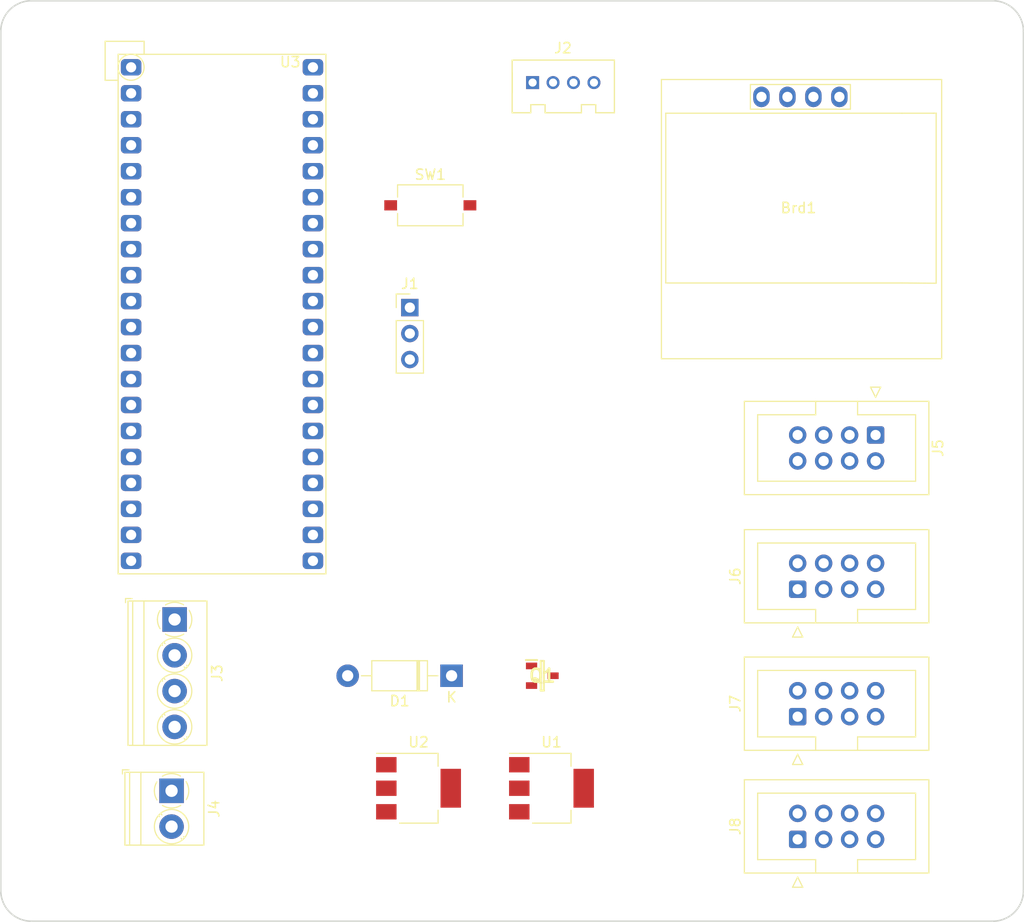
<source format=kicad_pcb>
(kicad_pcb (version 20221018) (generator pcbnew)
  (layers (0 "F.Cu" signal) (31 "B.Cu" signal) (34 "B.Paste" user) (35 "F.Paste" user) (36 "B.SilkS" user "B.Silkscreen") (37 "F.SilkS" user "F.Silkscreen") (38 "B.Mask" user) (39 "F.Mask" user) (44 "Edge.Cuts" user))
  (net 0 "")
  (net 1 "/GND")
  (net 2 "/3V3")
  (net 3 "/SCL")
  (net 4 "/SDA")
  (net 5 "/12V")
  (net 6 "/Pin")
  (net 7 "/5V")
  (net 8 "/5Vopt")
  (net 9 "/VBUS")
  (net 10 "/CS1")
  (net 11 "/SCK")
  (net 12 "/MOSI")
  (net 13 "/MISO")
  (net 14 "/IRQ")
  (net 15 "/RST")
  (net 16 "/CS2")
  (net 17 "/CS3")
  (net 18 "/CS4")
  (net 19 "/VSYS")
  (net 20 "Net-(U3-RUN)")
  (footprint "SSD1306:128x64OLED" (layer "F.Cu") (at 228 80)
    (fp_text reference "Brd1" (at 0 0.254) (layer "F.SilkS"))
    (fp_text value "SSD1306")
    (fp_line (start -13.4 -12.3) (end 14 -12.3) (stroke (width 0.12)) (layer "F.SilkS"))
    (fp_line (start -13.4 15) (end -13.4 -12.3) (stroke (width 0.12)) (layer "F.SilkS"))
    (fp_line (start -12.978 -9.005) (end 10.122 -9.005) (stroke (width 0.12)) (layer "F.SilkS"))
    (fp_line (start -12.978 7.595) (end -12.978 -9.005) (stroke (width 0.12)) (layer "F.SilkS"))
    (fp_line (start -4.699 -11.811) (end -4.699 -9.398) (stroke (width 0.12)) (layer "F.SilkS"))
    (fp_line (start -4.699 -11.811) (end 5.08 -11.811) (stroke (width 0.12)) (layer "F.SilkS"))
    (fp_line (start 5.08 -11.811) (end 5.08 -9.398) (stroke (width 0.12)) (layer "F.SilkS"))
    (fp_line (start 5.08 -9.398) (end -4.699 -9.398) (stroke (width 0.12)) (layer "F.SilkS"))
    (fp_line (start 10.122 -9.005) (end 13.208 -9.005) (stroke (width 0.12)) (layer "F.SilkS"))
    (fp_line (start 10.122 7.595) (end -12.978 7.595) (stroke (width 0.12)) (layer "F.SilkS"))
    (fp_line (start 10.122 7.595) (end 13.462 7.62) (stroke (width 0.12)) (layer "F.SilkS"))
    (fp_line (start 13.462 -9.017) (end 13.208 -9.005) (stroke (width 0.12)) (layer "F.SilkS"))
    (fp_line (start 13.462 7.62) (end 13.462 -9.017) (stroke (width 0.12)) (layer "F.SilkS"))
    (fp_line (start 14 -12.3) (end 14 15) (stroke (width 0.12)) (layer "F.SilkS"))
    (fp_line (start 14 15) (end -13.4 15) (stroke (width 0.12)) (layer "F.SilkS"))
    (pad "1" thru_hole oval (at -3.62 -10.6 90) (size 2 1.6) (drill 1) (layers "*.Cu" "*.Mask") (net 1 "/GND"))
    (pad "2" thru_hole oval (at -1.08 -10.6 90) (size 2 1.6) (drill 1) (layers "*.Cu" "*.Mask") (net 2 "/3V3"))
    (pad "3" thru_hole oval (at 1.46 -10.6 90) (size 2 1.6) (drill 1) (layers "*.Cu" "*.Mask") (net 3 "/SCL"))
    (pad "4" thru_hole oval (at 4 -10.6 90) (size 2 1.6) (drill 1) (layers "*.Cu" "*.Mask") (net 4 "/SDA"))
  )
  (footprint "Package_TO_SOT_SMD:SOT-223-3_TabPin2" (layer "F.Cu") (at 203.85 137)
    (fp_text reference "U1" (at 0 -4.5) (layer "F.SilkS"))
    (fp_text value "AMS1117-3.3")
    (fp_line (start -4.1 -3.41) (end 1.91 -3.41) (stroke (width 0.12)) (layer "F.SilkS"))
    (fp_line (start -1.85 3.41) (end 1.91 3.41) (stroke (width 0.12)) (layer "F.SilkS"))
    (fp_line (start 1.91 -3.41) (end 1.91 -2.15) (stroke (width 0.12)) (layer "F.SilkS"))
    (fp_line (start 1.91 3.41) (end 1.91 2.15) (stroke (width 0.12)) (layer "F.SilkS"))
    (pad "1" smd rect (at -3.15 -2.3) (size 2 1.5) (layers "F.Cu" "F.Paste" "F.Mask") (net 1 "/GND"))
    (pad "2" smd rect (at -3.15 0) (size 2 1.5) (layers "F.Cu" "F.Paste" "F.Mask") (net 2 "/3V3"))
    (pad "2" smd rect (at 3.15 0) (size 2 3.8) (layers "F.Cu" "F.Paste" "F.Mask") (net 2 "/3V3"))
    (pad "3" smd rect (at -3.15 2.3) (size 2 1.5) (layers "F.Cu" "F.Paste" "F.Mask") (net 8 "/5Vopt"))
  )
  (footprint "TerminalBlock_Phoenix:TerminalBlock_Phoenix_PT-1,5-2-3.5-H_1x02_P3.50mm_Horizontal" (layer "F.Cu") (at 166.7 137.25 -90)
    (fp_text reference "J4" (at 1.75 -4.16 90) (layer "F.SilkS"))
    (fp_text value "Screw_Terminal_01x02")
    (fp_line (start -2.05 4.16) (end -2.05 4.8) (stroke (width 0.12)) (layer "F.SilkS"))
    (fp_line (start -2.05 4.8) (end -1.65 4.8) (stroke (width 0.12)) (layer "F.SilkS"))
    (fp_line (start -1.81 -3.16) (end -1.81 4.56) (stroke (width 0.12)) (layer "F.SilkS"))
    (fp_line (start -1.81 -3.16) (end 5.31 -3.16) (stroke (width 0.12)) (layer "F.SilkS"))
    (fp_line (start -1.81 3) (end 5.31 3) (stroke (width 0.12)) (layer "F.SilkS"))
    (fp_line (start -1.81 4.1) (end 5.31 4.1) (stroke (width 0.12)) (layer "F.SilkS"))
    (fp_line (start -1.81 4.56) (end 5.31 4.56) (stroke (width 0.12)) (layer "F.SilkS"))
    (fp_line (start 2.355 0.941) (end 2.226 1.069) (stroke (width 0.12)) (layer "F.SilkS"))
    (fp_line (start 2.525 1.181) (end 2.431 1.274) (stroke (width 0.12)) (layer "F.SilkS"))
    (fp_line (start 4.57 -1.275) (end 4.476 -1.181) (stroke (width 0.12)) (layer "F.SilkS"))
    (fp_line (start 4.775 -1.069) (end 4.646 -0.941) (stroke (width 0.12)) (layer "F.SilkS"))
    (fp_line (start 5.31 -3.16) (end 5.31 4.56) (stroke (width 0.12)) (layer "F.SilkS"))
    (fp_arc (start -1.425358 0.889894) (mid -1.680286 0.014012) (end -1.44 -0.866) (stroke (width 0.12)) (layer "F.SilkS"))
    (fp_arc (start -0.889894 -1.425358) (mid -0.014012 -1.680286) (end 0.866 -1.44) (stroke (width 0.12)) (layer "F.SilkS"))
    (fp_arc (start 0.028674 1.680099) (mid -0.435535 1.622918) (end -0.866 1.44) (stroke (width 0.12)) (layer "F.SilkS"))
    (fp_arc (start 0.890264 1.424721) (mid 0.463071 1.61492) (end 0 1.68) (stroke (width 0.12)) (layer "F.SilkS"))
    (fp_arc (start 1.425504 -0.890193) (mid 1.680626 0.000476) (end 1.425 0.891) (stroke (width 0.12)) (layer "F.SilkS"))
    (fp_circle (center 3.5 0) (end 5.18 0) (stroke (width 0.12)) (fill none) (layer "F.SilkS"))
    (pad "1" thru_hole rect (at 0 0 270) (size 2.4 2.4) (drill 1.2) (layers "*.Cu" "*.Mask") (net 1 "/GND"))
    (pad "2" thru_hole circle (at 3.5 0 270) (size 2.4 2.4) (drill 1.2) (layers "*.Cu" "*.Mask") (net 6 "/Pin"))
  )
  (footprint "MountingHole:MountingHole_3.2mm_M3_DIN965" (layer "F.Cu") (at 246 64)
    (fp_text reference "H2" hide)
    (fp_text value "MountingHole" hide)
    (pad "" np_thru_hole circle (at 0 0) (size 3.2 3.2) (drill 3.2) (layers "*.Cu" "*.Mask"))
  )
  (footprint "Package_TO_SOT_SMD:SOT-223-3_TabPin2" (layer "F.Cu") (at 190.85 137)
    (fp_text reference "U2" (at 0 -4.5) (layer "F.SilkS"))
    (fp_text value "AMS1117-5.0")
    (fp_line (start -4.1 -3.41) (end 1.91 -3.41) (stroke (width 0.12)) (layer "F.SilkS"))
    (fp_line (start -1.85 3.41) (end 1.91 3.41) (stroke (width 0.12)) (layer "F.SilkS"))
    (fp_line (start 1.91 -3.41) (end 1.91 -2.15) (stroke (width 0.12)) (layer "F.SilkS"))
    (fp_line (start 1.91 3.41) (end 1.91 2.15) (stroke (width 0.12)) (layer "F.SilkS"))
    (pad "1" smd rect (at -3.15 -2.3) (size 2 1.5) (layers "F.Cu" "F.Paste" "F.Mask") (net 1 "/GND"))
    (pad "2" smd rect (at -3.15 0) (size 2 1.5) (layers "F.Cu" "F.Paste" "F.Mask") (net 7 "/5V"))
    (pad "2" smd rect (at 3.15 0) (size 2 3.8) (layers "F.Cu" "F.Paste" "F.Mask") (net 7 "/5V"))
    (pad "3" smd rect (at -3.15 2.3) (size 2 1.5) (layers "F.Cu" "F.Paste" "F.Mask") (net 5 "/12V"))
  )
  (footprint "DMG2305UX-7:SOT96P240X110-3N" (layer "F.Cu") (at 202.95 126)
    (fp_text reference "Q1" (at 0 0) (layer "F.SilkS") (effects (font (size 1.27 1.27) (thickness 0.254))))
    (fp_text value "DMG2305UX-7" hide)
    (fp_line (start -1.6 -1.535) (end -0.5 -1.535) (stroke (width 0.2)) (layer "F.SilkS"))
    (fp_line (start -0.15 -1.45) (end 0.15 -1.45) (stroke (width 0.2)) (layer "F.SilkS"))
    (fp_line (start -0.15 1.45) (end -0.15 -1.45) (stroke (width 0.2)) (layer "F.SilkS"))
    (fp_line (start 0.15 -1.45) (end 0.15 1.45) (stroke (width 0.2)) (layer "F.SilkS"))
    (fp_line (start 0.15 1.45) (end -0.15 1.45) (stroke (width 0.2)) (layer "F.SilkS"))
    (pad "1" smd rect (at -1.05 -0.96 90) (size 0.65 1.1) (layers "F.Cu" "F.Paste" "F.Mask") (net 9 "/VBUS"))
    (pad "2" smd rect (at -1.05 0.96 90) (size 0.65 1.1) (layers "F.Cu" "F.Paste" "F.Mask") (net 19 "/VSYS"))
    (pad "3" smd rect (at 1.05 0 90) (size 0.65 1.1) (layers "F.Cu" "F.Paste" "F.Mask") (net 7 "/5V"))
  )
  (footprint "PicoNoSwd:RaspberryPico_TH_NoSWD" (layer "F.Cu") (at 162.745 66.505)
    (fp_text reference "U3" (at 15.5575 -0.508 -180) (layer "F.SilkS"))
    (fp_text value "Pico_RaspberryPico")
    (fp_line (start -2.54 -2.54) (end 1.27 -2.54) (stroke (width 0.12)) (layer "F.SilkS"))
    (fp_line (start -2.54 1.27) (end -2.54 -2.54) (stroke (width 0.12)) (layer "F.SilkS"))
    (fp_line (start -1.27 -1.27) (end -1.27 49.53) (stroke (width 0.12)) (layer "F.SilkS"))
    (fp_line (start -1.27 1.27) (end -2.54 1.27) (stroke (width 0.12)) (layer "F.SilkS"))
    (fp_line (start -1.27 49.53) (end 19.05 49.53) (stroke (width 0.12)) (layer "F.SilkS"))
    (fp_line (start 1.27 -2.54) (end 1.27 -1.27) (stroke (width 0.12)) (layer "F.SilkS"))
    (fp_line (start 19.05 -1.27) (end -1.27 -1.27) (stroke (width 0.12)) (layer "F.SilkS"))
    (fp_line (start 19.05 49.53) (end 19.05 -1.27) (stroke (width 0.12)) (layer "F.SilkS"))
    (fp_circle (center 0 0) (end 1.27 0) (stroke (width 0.12)) (fill none) (layer "F.SilkS"))
    (pad "1" thru_hole roundrect (at 0 0) (size 2 1.6) (drill 1) (layers "*.Cu" "*.Mask"))
    (pad "2" thru_hole roundrect (at 0 2.54) (size 2 1.6) (drill 1) (layers "*.Cu" "*.Mask"))
    (pad "3" thru_hole roundrect (at 0 5.08) (size 2 1.6) (drill 1) (layers "*.Cu" "*.Mask") (net 1 "/GND"))
    (pad "4" thru_hole roundrect (at 0 7.62) (size 2 1.6) (drill 1) (layers "*.Cu" "*.Mask"))
    (pad "5" thru_hole roundrect (at 0 10.16) (size 2 1.6) (drill 1) (layers "*.Cu" "*.Mask"))
    (pad "6" thru_hole roundrect (at 0 12.7) (size 2 1.6) (drill 1) (layers "*.Cu" "*.Mask") (net 4 "/SDA"))
    (pad "7" thru_hole roundrect (at 0 15.24) (size 2 1.6) (drill 1) (layers "*.Cu" "*.Mask") (net 3 "/SCL"))
    (pad "8" thru_hole roundrect (at 0 17.78) (size 2 1.6) (drill 1) (layers "*.Cu" "*.Mask"))
    (pad "9" thru_hole roundrect (at 0 20.32) (size 2 1.6) (drill 1) (layers "*.Cu" "*.Mask"))
    (pad "10" thru_hole roundrect (at 0 22.86) (size 2 1.6) (drill 1) (layers "*.Cu" "*.Mask"))
    (pad "11" thru_hole roundrect (at 0 25.4) (size 2 1.6) (drill 1) (layers "*.Cu" "*.Mask") (net 16 "/CS2"))
    (pad "12" thru_hole roundrect (at 0 27.94) (size 2 1.6) (drill 1) (layers "*.Cu" "*.Mask") (net 17 "/CS3"))
    (pad "13" thru_hole roundrect (at 0 30.48) (size 2 1.6) (drill 1) (layers "*.Cu" "*.Mask"))
    (pad "14" thru_hole roundrect (at 0 33.02) (size 2 1.6) (drill 1) (layers "*.Cu" "*.Mask") (net 18 "/CS4"))
    (pad "15" thru_hole roundrect (at 0 35.56) (size 2 1.6) (drill 1) (layers "*.Cu" "*.Mask"))
    (pad "16" thru_hole roundrect (at 0 38.1) (size 2 1.6) (drill 1) (layers "*.Cu" "*.Mask"))
    (pad "17" thru_hole roundrect (at 0 40.64) (size 2 1.6) (drill 1) (layers "*.Cu" "*.Mask"))
    (pad "18" thru_hole roundrect (at 0 43.18) (size 2 1.6) (drill 1) (layers "*.Cu" "*.Mask"))
    (pad "19" thru_hole roundrect (at 0 45.72) (size 2 1.6) (drill 1) (layers "*.Cu" "*.Mask"))
    (pad "20" thru_hole roundrect (at 0 48.26) (size 2 1.6) (drill 1) (layers "*.Cu" "*.Mask"))
    (pad "21" thru_hole roundrect (at 17.78 48.26) (size 2 1.6) (drill 1) (layers "*.Cu" "*.Mask") (net 12 "/MOSI"))
    (pad "22" thru_hole roundrect (at 17.78 45.72) (size 2 1.6) (drill 1) (layers "*.Cu" "*.Mask") (net 11 "/SCK"))
    (pad "23" thru_hole roundrect (at 17.78 43.18) (size 2 1.6) (drill 1) (layers "*.Cu" "*.Mask"))
    (pad "24" thru_hole roundrect (at 17.78 40.64) (size 2 1.6) (drill 1) (layers "*.Cu" "*.Mask") (net 10 "/CS1"))
    (pad "25" thru_hole roundrect (at 17.78 38.1) (size 2 1.6) (drill 1) (layers "*.Cu" "*.Mask") (net 13 "/MISO"))
    (pad "26" thru_hole roundrect (at 17.78 35.56) (size 2 1.6) (drill 1) (layers "*.Cu" "*.Mask") (net 15 "/RST"))
    (pad "27" thru_hole roundrect (at 17.78 33.02) (size 2 1.6) (drill 1) (layers "*.Cu" "*.Mask"))
    (pad "28" thru_hole roundrect (at 17.78 30.48) (size 2 1.6) (drill 1) (layers "*.Cu" "*.Mask"))
    (pad "29" thru_hole roundrect (at 17.78 27.94) (size 2 1.6) (drill 1) (layers "*.Cu" "*.Mask"))
    (pad "30" thru_hole roundrect (at 17.78 25.4) (size 2 1.6) (drill 1) (layers "*.Cu" "*.Mask") (net 20 "Net-(U3-RUN)"))
    (pad "31" thru_hole roundrect (at 17.78 22.86) (size 2 1.6) (drill 1) (layers "*.Cu" "*.Mask"))
    (pad "32" thru_hole roundrect (at 17.78 20.32) (size 2 1.6) (drill 1) (layers "*.Cu" "*.Mask"))
    (pad "33" thru_hole roundrect (at 17.78 17.78) (size 2 1.6) (drill 1) (layers "*.Cu" "*.Mask"))
    (pad "34" thru_hole roundrect (at 17.78 15.24) (size 2 1.6) (drill 1) (layers "*.Cu" "*.Mask"))
    (pad "35" thru_hole roundrect (at 17.78 12.7) (size 2 1.6) (drill 1) (layers "*.Cu" "*.Mask"))
    (pad "36" thru_hole roundrect (at 17.78 10.16) (size 2 1.6) (drill 1) (layers "*.Cu" "*.Mask"))
    (pad "37" thru_hole roundrect (at 17.78 7.62) (size 2 1.6) (drill 1) (layers "*.Cu" "*.Mask"))
    (pad "38" thru_hole roundrect (at 17.78 5.08) (size 2 1.6) (drill 1) (layers "*.Cu" "*.Mask"))
    (pad "39" thru_hole roundrect (at 17.78 2.54) (size 2 1.6) (drill 1) (layers "*.Cu" "*.Mask") (net 19 "/VSYS"))
    (pad "40" thru_hole roundrect (at 17.78 0) (size 2 1.6) (drill 1) (layers "*.Cu" "*.Mask") (net 9 "/VBUS"))
  )
  (footprint "Seed Grove etc:HW4-2.0" (layer "F.Cu") (at 205.00178 68)
    (fp_text reference "J2" (at -0.025 -3.375) (layer "F.SilkS"))
    (fp_text value "Grove 2mm")
    (fp_line (start -5.00086 2.95) (end -3.2 2.95) (stroke (width 0.127)) (layer "F.SilkS"))
    (fp_line (start -4.99872 -2.19964) (end -4.99872 2.95) (stroke (width 0.127)) (layer "F.SilkS"))
    (fp_line (start -4.99872 -2.19964) (end 4.99872 -2.19964) (stroke (width 0.127)) (layer "F.SilkS"))
    (fp_line (start -4.99872 -0.99822) (end -4.99872 0.99822) (stroke (width 0.127)) (layer "F.SilkS"))
    (fp_line (start -3.175 2.159) (end -1.778 2.159) (stroke (width 0.127)) (layer "F.SilkS"))
    (fp_line (start -3.175 2.95) (end -3.175 2.159) (stroke (width 0.127)) (layer "F.SilkS"))
    (fp_line (start -1.781 2.95) (end 1.775 2.95) (stroke (width 0.127)) (layer "F.SilkS"))
    (fp_line (start -1.778 2.159) (end -1.778 2.95) (stroke (width 0.127)) (layer "F.SilkS"))
    (fp_line (start 1.775 2.95) (end 1.775 2.159) (stroke (width 0.127)) (layer "F.SilkS"))
    (fp_line (start 1.778 2.159) (end 3.175 2.159) (stroke (width 0.127)) (layer "F.SilkS"))
    (fp_line (start 3.175 2.159) (end 3.175 2.95) (stroke (width 0.127)) (layer "F.SilkS"))
    (fp_line (start 3.175 2.95) (end 5 2.95) (stroke (width 0.127)) (layer "F.SilkS"))
    (fp_line (start 5 2.95) (end 5 -2.19964) (stroke (width 0.127)) (layer "F.SilkS"))
    (pad "1" thru_hole rect (at -2.99974 0) (size 1.27 1.27) (drill 0.79756) (layers "*.Cu" "*.Mask") (net 3 "/SCL"))
    (pad "2" thru_hole circle (at -0.99822 0) (size 1.27 1.27) (drill 0.79756) (layers "*.Cu" "*.Mask") (net 4 "/SDA"))
    (pad "3" thru_hole circle (at 0.99822 0) (size 1.27 1.27) (drill 0.79756) (layers "*.Cu" "*.Mask") (net 2 "/3V3"))
    (pad "4" thru_hole circle (at 2.99974 0) (size 1.27 1.27) (drill 0.79756) (layers "*.Cu" "*.Mask") (net 1 "/GND"))
  )
  (footprint "Diode_THT:D_DO-41_SOD81_P10.16mm_Horizontal" (layer "F.Cu") (at 194.08 126 180)
    (fp_text reference "D1" (at 5.08 -2.47) (layer "F.SilkS"))
    (fp_text value "1N5819")
    (fp_text user "K" (at 0 -2.1) (layer "F.SilkS"))
    (fp_line (start 1.34 0) (end 2.36 0) (stroke (width 0.12)) (layer "F.SilkS"))
    (fp_line (start 2.36 -1.47) (end 2.36 1.47) (stroke (width 0.12)) (layer "F.SilkS"))
    (fp_line (start 2.36 1.47) (end 7.8 1.47) (stroke (width 0.12)) (layer "F.SilkS"))
    (fp_line (start 3.14 -1.47) (end 3.14 1.47) (stroke (width 0.12)) (layer "F.SilkS"))
    (fp_line (start 3.26 -1.47) (end 3.26 1.47) (stroke (width 0.12)) (layer "F.SilkS"))
    (fp_line (start 3.38 -1.47) (end 3.38 1.47) (stroke (width 0.12)) (layer "F.SilkS"))
    (fp_line (start 7.8 -1.47) (end 2.36 -1.47) (stroke (width 0.12)) (layer "F.SilkS"))
    (fp_line (start 7.8 1.47) (end 7.8 -1.47) (stroke (width 0.12)) (layer "F.SilkS"))
    (fp_line (start 8.82 0) (end 7.8 0) (stroke (width 0.12)) (layer "F.SilkS"))
    (pad "1" thru_hole rect (at 0 0 180) (size 2.2 2.2) (drill 1.1) (layers "*.Cu" "*.Mask") (net 5 "/12V"))
    (pad "2" thru_hole oval (at 10.16 0 180) (size 2.2 2.2) (drill 1.1) (layers "*.Cu" "*.Mask") (net 6 "/Pin"))
  )
  (footprint "TerminalBlock_Phoenix:TerminalBlock_Phoenix_PT-1,5-4-3.5-H_1x04_P3.50mm_Horizontal" (layer "F.Cu") (at 167 120.5 -90)
    (fp_text reference "J3" (at 5.25 -4.16 90) (layer "F.SilkS"))
    (fp_text value "Screw_Terminal_01x04")
    (fp_line (start -2.05 4.16) (end -2.05 4.8) (stroke (width 0.12)) (layer "F.SilkS"))
    (fp_line (start -2.05 4.8) (end -1.65 4.8) (stroke (width 0.12)) (layer "F.SilkS"))
    (fp_line (start -1.81 -3.16) (end -1.81 4.56) (stroke (width 0.12)) (layer "F.SilkS"))
    (fp_line (start -1.81 -3.16) (end 12.31 -3.16) (stroke (width 0.12)) (layer "F.SilkS"))
    (fp_line (start -1.81 3) (end 12.31 3) (stroke (width 0.12)) (layer "F.SilkS"))
    (fp_line (start -1.81 4.1) (end 12.31 4.1) (stroke (width 0.12)) (layer "F.SilkS"))
    (fp_line (start -1.81 4.56) (end 12.31 4.56) (stroke (width 0.12)) (layer "F.SilkS"))
    (fp_line (start 2.355 0.941) (end 2.226 1.069) (stroke (width 0.12)) (layer "F.SilkS"))
    (fp_line (start 2.525 1.181) (end 2.431 1.274) (stroke (width 0.12)) (layer "F.SilkS"))
    (fp_line (start 4.57 -1.275) (end 4.476 -1.181) (stroke (width 0.12)) (layer "F.SilkS"))
    (fp_line (start 4.775 -1.069) (end 4.646 -0.941) (stroke (width 0.12)) (layer "F.SilkS"))
    (fp_line (start 5.855 0.941) (end 5.726 1.069) (stroke (width 0.12)) (layer "F.SilkS"))
    (fp_line (start 6.025 1.181) (end 5.931 1.274) (stroke (width 0.12)) (layer "F.SilkS"))
    (fp_line (start 8.07 -1.275) (end 7.976 -1.181) (stroke (width 0.12)) (layer "F.SilkS"))
    (fp_line (start 8.275 -1.069) (end 8.146 -0.941) (stroke (width 0.12)) (layer "F.SilkS"))
    (fp_line (start 9.355 0.941) (end 9.226 1.069) (stroke (width 0.12)) (layer "F.SilkS"))
    (fp_line (start 9.525 1.181) (end 9.431 1.274) (stroke (width 0.12)) (layer "F.SilkS"))
    (fp_line (start 11.57 -1.275) (end 11.476 -1.181) (stroke (width 0.12)) (layer "F.SilkS"))
    (fp_line (start 11.775 -1.069) (end 11.646 -0.941) (stroke (width 0.12)) (layer "F.SilkS"))
    (fp_line (start 12.31 -3.16) (end 12.31 4.56) (stroke (width 0.12)) (layer "F.SilkS"))
    (fp_arc (start -1.425358 0.889894) (mid -1.680286 0.014012) (end -1.44 -0.866) (stroke (width 0.12)) (layer "F.SilkS"))
    (fp_arc (start -0.889894 -1.425358) (mid -0.014012 -1.680286) (end 0.866 -1.44) (stroke (width 0.12)) (layer "F.SilkS"))
    (fp_arc (start 0.028674 1.680099) (mid -0.435535 1.622918) (end -0.866 1.44) (stroke (width 0.12)) (layer "F.SilkS"))
    (fp_arc (start 0.890264 1.424721) (mid 0.463071 1.61492) (end 0 1.68) (stroke (width 0.12)) (layer "F.SilkS"))
    (fp_arc (start 1.425504 -0.890193) (mid 1.680626 0.000476) (end 1.425 0.891) (stroke (width 0.12)) (layer "F.SilkS"))
    (fp_circle (center 3.5 0) (end 5.18 0) (stroke (width 0.12)) (fill none) (layer "F.SilkS"))
    (fp_circle (center 7 0) (end 8.68 0) (stroke (width 0.12)) (fill none) (layer "F.SilkS"))
    (fp_circle (center 10.5 0) (end 12.18 0) (stroke (width 0.12)) (fill none) (layer "F.SilkS"))
    (pad "1" thru_hole rect (at 0 0 270) (size 2.4 2.4) (drill 1.2) (layers "*.Cu" "*.Mask") (net 6 "/Pin"))
    (pad "2" thru_hole circle (at 3.5 0 270) (size 2.4 2.4) (drill 1.2) (layers "*.Cu" "*.Mask"))
    (pad "3" thru_hole circle (at 7 0 270) (size 2.4 2.4) (drill 1.2) (layers "*.Cu" "*.Mask"))
    (pad "4" thru_hole circle (at 10.5 0 270) (size 2.4 2.4) (drill 1.2) (layers "*.Cu" "*.Mask") (net 1 "/GND"))
  )
  (footprint "Connector_IDC:IDC-Header_2x04_P2.54mm_Vertical" (layer "F.Cu") (at 235.54 102.46 -90)
    (fp_text reference "J5" (at 1.27 -6.1 90) (layer "F.SilkS"))
    (fp_text value "IDC1")
    (fp_line (start -4.68 -0.5) (end -4.68 0.5) (stroke (width 0.12)) (layer "F.SilkS"))
    (fp_line (start -4.68 0.5) (end -3.68 0) (stroke (width 0.12)) (layer "F.SilkS"))
    (fp_line (start -3.68 0) (end -4.68 -0.5) (stroke (width 0.12)) (layer "F.SilkS"))
    (fp_line (start -3.29 -5.21) (end 5.83 -5.21) (stroke (width 0.12)) (layer "F.SilkS"))
    (fp_line (start -3.29 1.76) (end -1.98 1.76) (stroke (width 0.12)) (layer "F.SilkS"))
    (fp_line (start -3.29 12.83) (end -3.29 -5.21) (stroke (width 0.12)) (layer "F.SilkS"))
    (fp_line (start -1.98 -3.91) (end 4.52 -3.91) (stroke (width 0.12)) (layer "F.SilkS"))
    (fp_line (start -1.98 1.76) (end -1.98 -3.91) (stroke (width 0.12)) (layer "F.SilkS"))
    (fp_line (start -1.98 5.86) (end -3.29 5.86) (stroke (width 0.12)) (layer "F.SilkS"))
    (fp_line (start -1.98 5.86) (end -1.98 5.86) (stroke (width 0.12)) (layer "F.SilkS"))
    (fp_line (start -1.98 11.53) (end -1.98 5.86) (stroke (width 0.12)) (layer "F.SilkS"))
    (fp_line (start 4.52 -3.91) (end 4.52 11.53) (stroke (width 0.12)) (layer "F.SilkS"))
    (fp_line (start 4.52 11.53) (end -1.98 11.53) (stroke (width 0.12)) (layer "F.SilkS"))
    (fp_line (start 5.83 -5.21) (end 5.83 12.83) (stroke (width 0.12)) (layer "F.SilkS"))
    (fp_line (start 5.83 12.83) (end -3.29 12.83) (stroke (width 0.12)) (layer "F.SilkS"))
    (pad "1" thru_hole roundrect (at 0 0 270) (size 1.7 1.7) (drill 1) (layers "*.Cu" "*.Mask") (roundrect_rratio 0.147059) (net 10 "/CS1"))
    (pad "2" thru_hole circle (at 2.54 0 270) (size 1.7 1.7) (drill 1) (layers "*.Cu" "*.Mask") (net 11 "/SCK"))
    (pad "3" thru_hole circle (at 0 2.54 270) (size 1.7 1.7) (drill 1) (layers "*.Cu" "*.Mask") (net 12 "/MOSI"))
    (pad "4" thru_hole circle (at 2.54 2.54 270) (size 1.7 1.7) (drill 1) (layers "*.Cu" "*.Mask") (net 13 "/MISO"))
    (pad "5" thru_hole circle (at 0 5.08 270) (size 1.7 1.7) (drill 1) (layers "*.Cu" "*.Mask") (net 14 "/IRQ"))
    (pad "6" thru_hole circle (at 2.54 5.08 270) (size 1.7 1.7) (drill 1) (layers "*.Cu" "*.Mask") (net 1 "/GND"))
    (pad "7" thru_hole circle (at 0 7.62 270) (size 1.7 1.7) (drill 1) (layers "*.Cu" "*.Mask") (net 15 "/RST"))
    (pad "8" thru_hole circle (at 2.54 7.62 270) (size 1.7 1.7) (drill 1) (layers "*.Cu" "*.Mask") (net 2 "/3V3"))
  )
  (footprint "Connector_IDC:IDC-Header_2x04_P2.54mm_Vertical" (layer "F.Cu") (at 227.92 117.54 90)
    (fp_text reference "J6" (at 1.27 -6.1 90) (layer "F.SilkS"))
    (fp_text value "IDC1")
    (fp_line (start -4.68 -0.5) (end -4.68 0.5) (stroke (width 0.12)) (layer "F.SilkS"))
    (fp_line (start -4.68 0.5) (end -3.68 0) (stroke (width 0.12)) (layer "F.SilkS"))
    (fp_line (start -3.68 0) (end -4.68 -0.5) (stroke (width 0.12)) (layer "F.SilkS"))
    (fp_line (start -3.29 -5.21) (end 5.83 -5.21) (stroke (width 0.12)) (layer "F.SilkS"))
    (fp_line (start -3.29 1.76) (end -1.98 1.76) (stroke (width 0.12)) (layer "F.SilkS"))
    (fp_line (start -3.29 12.83) (end -3.29 -5.21) (stroke (width 0.12)) (layer "F.SilkS"))
    (fp_line (start -1.98 -3.91) (end 4.52 -3.91) (stroke (width 0.12)) (layer "F.SilkS"))
    (fp_line (start -1.98 1.76) (end -1.98 -3.91) (stroke (width 0.12)) (layer "F.SilkS"))
    (fp_line (start -1.98 5.86) (end -3.29 5.86) (stroke (width 0.12)) (layer "F.SilkS"))
    (fp_line (start -1.98 5.86) (end -1.98 5.86) (stroke (width 0.12)) (layer "F.SilkS"))
    (fp_line (start -1.98 11.53) (end -1.98 5.86) (stroke (width 0.12)) (layer "F.SilkS"))
    (fp_line (start 4.52 -3.91) (end 4.52 11.53) (stroke (width 0.12)) (layer "F.SilkS"))
    (fp_line (start 4.52 11.53) (end -1.98 11.53) (stroke (width 0.12)) (layer "F.SilkS"))
    (fp_line (start 5.83 -5.21) (end 5.83 12.83) (stroke (width 0.12)) (layer "F.SilkS"))
    (fp_line (start 5.83 12.83) (end -3.29 12.83) (stroke (width 0.12)) (layer "F.SilkS"))
    (pad "1" thru_hole roundrect (at 0 0 90) (size 1.7 1.7) (drill 1) (layers "*.Cu" "*.Mask") (roundrect_rratio 0.147059) (net 16 "/CS2"))
    (pad "2" thru_hole circle (at 2.54 0 90) (size 1.7 1.7) (drill 1) (layers "*.Cu" "*.Mask") (net 11 "/SCK"))
    (pad "3" thru_hole circle (at 0 2.54 90) (size 1.7 1.7) (drill 1) (layers "*.Cu" "*.Mask") (net 12 "/MOSI"))
    (pad "4" thru_hole circle (at 2.54 2.54 90) (size 1.7 1.7) (drill 1) (layers "*.Cu" "*.Mask") (net 13 "/MISO"))
    (pad "5" thru_hole circle (at 0 5.08 90) (size 1.7 1.7) (drill 1) (layers "*.Cu" "*.Mask") (net 14 "/IRQ"))
    (pad "6" thru_hole circle (at 2.54 5.08 90) (size 1.7 1.7) (drill 1) (layers "*.Cu" "*.Mask") (net 1 "/GND"))
    (pad "7" thru_hole circle (at 0 7.62 90) (size 1.7 1.7) (drill 1) (layers "*.Cu" "*.Mask") (net 15 "/RST"))
    (pad "8" thru_hole circle (at 2.54 7.62 90) (size 1.7 1.7) (drill 1) (layers "*.Cu" "*.Mask") (net 2 "/3V3"))
  )
  (footprint "MountingHole:MountingHole_3.2mm_M3_DIN965" (layer "F.Cu") (at 154 64)
    (fp_text reference "H1" hide)
    (fp_text value "MountingHole" hide)
    (pad "" np_thru_hole circle (at 0 0) (size 3.2 3.2) (drill 3.2) (layers "*.Cu" "*.Mask"))
  )
  (footprint "MountingHole:MountingHole_3.2mm_M3_DIN965" (layer "F.Cu") (at 154 146)
    (fp_text reference "H3" hide)
    (fp_text value "MountingHole" hide)
    (pad "" np_thru_hole circle (at 0 0) (size 3.2 3.2) (drill 3.2) (layers "*.Cu" "*.Mask"))
  )
  (footprint "Connector_IDC:IDC-Header_2x04_P2.54mm_Vertical" (layer "F.Cu") (at 227.92 130 90)
    (fp_text reference "J7" (at 1.27 -6.1 90) (layer "F.SilkS"))
    (fp_text value "IDC1")
    (fp_line (start -4.68 -0.5) (end -4.68 0.5) (stroke (width 0.12)) (layer "F.SilkS"))
    (fp_line (start -4.68 0.5) (end -3.68 0) (stroke (width 0.12)) (layer "F.SilkS"))
    (fp_line (start -3.68 0) (end -4.68 -0.5) (stroke (width 0.12)) (layer "F.SilkS"))
    (fp_line (start -3.29 -5.21) (end 5.83 -5.21) (stroke (width 0.12)) (layer "F.SilkS"))
    (fp_line (start -3.29 1.76) (end -1.98 1.76) (stroke (width 0.12)) (layer "F.SilkS"))
    (fp_line (start -3.29 12.83) (end -3.29 -5.21) (stroke (width 0.12)) (layer "F.SilkS"))
    (fp_line (start -1.98 -3.91) (end 4.52 -3.91) (stroke (width 0.12)) (layer "F.SilkS"))
    (fp_line (start -1.98 1.76) (end -1.98 -3.91) (stroke (width 0.12)) (layer "F.SilkS"))
    (fp_line (start -1.98 5.86) (end -3.29 5.86) (stroke (width 0.12)) (layer "F.SilkS"))
    (fp_line (start -1.98 5.86) (end -1.98 5.86) (stroke (width 0.12)) (layer "F.SilkS"))
    (fp_line (start -1.98 11.53) (end -1.98 5.86) (stroke (width 0.12)) (layer "F.SilkS"))
    (fp_line (start 4.52 -3.91) (end 4.52 11.53) (stroke (width 0.12)) (layer "F.SilkS"))
    (fp_line (start 4.52 11.53) (end -1.98 11.53) (stroke (width 0.12)) (layer "F.SilkS"))
    (fp_line (start 5.83 -5.21) (end 5.83 12.83) (stroke (width 0.12)) (layer "F.SilkS"))
    (fp_line (start 5.83 12.83) (end -3.29 12.83) (stroke (width 0.12)) (layer "F.SilkS"))
    (pad "1" thru_hole roundrect (at 0 0 90) (size 1.7 1.7) (drill 1) (layers "*.Cu" "*.Mask") (roundrect_rratio 0.147059) (net 17 "/CS3"))
    (pad "2" thru_hole circle (at 2.54 0 90) (size 1.7 1.7) (drill 1) (layers "*.Cu" "*.Mask") (net 11 "/SCK"))
    (pad "3" thru_hole circle (at 0 2.54 90) (size 1.7 1.7) (drill 1) (layers "*.Cu" "*.Mask") (net 12 "/MOSI"))
    (pad "4" thru_hole circle (at 2.54 2.54 90) (size 1.7 1.7) (drill 1) (layers "*.Cu" "*.Mask") (net 13 "/MISO"))
    (pad "5" thru_hole circle (at 0 5.08 90) (size 1.7 1.7) (drill 1) (layers "*.Cu" "*.Mask") (net 14 "/IRQ"))
    (pad "6" thru_hole circle (at 2.54 5.08 90) (size 1.7 1.7) (drill 1) (layers "*.Cu" "*.Mask") (net 1 "/GND"))
    (pad "7" thru_hole circle (at 0 7.62 90) (size 1.7 1.7) (drill 1) (layers "*.Cu" "*.Mask") (net 15 "/RST"))
    (pad "8" thru_hole circle (at 2.54 7.62 90) (size 1.7 1.7) (drill 1) (layers "*.Cu" "*.Mask") (net 2 "/3V3"))
  )
  (footprint "Button_Switch_SMD:SW_Tactile_SPST_NO_Straight_CK_PTS636Sx25SMTRLFS" (layer "F.Cu") (at 192 80)
    (fp_text reference "SW1" (at 0 -3 unlocked) (layer "F.SilkS"))
    (fp_text value "SW_Push")
    (fp_line (start -3.2 -2) (end -3.2 -0.8) (stroke (width 0.12)) (layer "F.SilkS"))
    (fp_line (start -3.2 0.8) (end -3.2 2) (stroke (width 0.12)) (layer "F.SilkS"))
    (fp_line (start -3.2 2) (end 3.2 2) (stroke (width 0.12)) (layer "F.SilkS"))
    (fp_line (start 3.2 -2) (end -3.2 -2) (stroke (width 0.12)) (layer "F.SilkS"))
    (fp_line (start 3.2 -0.8) (end 3.2 -2) (stroke (width 0.12)) (layer "F.SilkS"))
    (fp_line (start 3.2 2) (end 3.2 0.8) (stroke (width 0.12)) (layer "F.SilkS"))
    (pad "1" smd rect (at -3.875 0) (size 1.25 1) (layers "F.Cu" "F.Paste" "F.Mask") (net 1 "/GND"))
    (pad "2" smd rect (at 3.875 0) (size 1.25 1) (layers "F.Cu" "F.Paste" "F.Mask") (net 20 "Net-(U3-RUN)"))
  )
  (footprint "Connector_PinHeader_2.54mm:PinHeader_1x03_P2.54mm_Vertical" (layer "F.Cu") (at 190 90)
    (fp_text reference "J1" (at 0 -2.33) (layer "F.SilkS"))
    (fp_text value "5V sel")
    (fp_line (start -1.33 -1.33) (end 0 -1.33) (stroke (width 0.12)) (layer "F.SilkS"))
    (fp_line (start -1.33 0) (end -1.33 -1.33) (stroke (width 0.12)) (layer "F.SilkS"))
    (fp_line (start -1.33 1.27) (end -1.33 6.41) (stroke (width 0.12)) (layer "F.SilkS"))
    (fp_line (start -1.33 1.27) (end 1.33 1.27) (stroke (width 0.12)) (layer "F.SilkS"))
    (fp_line (start -1.33 6.41) (end 1.33 6.41) (stroke (width 0.12)) (layer "F.SilkS"))
    (fp_line (start 1.33 1.27) (end 1.33 6.41) (stroke (width 0.12)) (layer "F.SilkS"))
    (pad "1" thru_hole rect (at 0 0) (size 1.7 1.7) (drill 1) (layers "*.Cu" "*.Mask") (net 7 "/5V"))
    (pad "2" thru_hole oval (at 0 2.54) (size 1.7 1.7) (drill 1) (layers "*.Cu" "*.Mask") (net 8 "/5Vopt"))
    (pad "3" thru_hole oval (at 0 5.08) (size 1.7 1.7) (drill 1) (layers "*.Cu" "*.Mask") (net 9 "/VBUS"))
  )
  (footprint "MountingHole:MountingHole_3.2mm_M3_DIN965" (layer "F.Cu") (at 246 146)
    (fp_text reference "H4" hide)
    (fp_text value "MountingHole" hide)
    (pad "" np_thru_hole circle (at 0 0) (size 3.2 3.2) (drill 3.2) (layers "*.Cu" "*.Mask"))
  )
  (footprint "Connector_IDC:IDC-Header_2x04_P2.54mm_Vertical" (layer "F.Cu") (at 227.92 142 90)
    (fp_text reference "J8" (at 1.27 -6.1 90) (layer "F.SilkS"))
    (fp_text value "IDC1")
    (fp_line (start -4.68 -0.5) (end -4.68 0.5) (stroke (width 0.12)) (layer "F.SilkS"))
    (fp_line (start -4.68 0.5) (end -3.68 0) (stroke (width 0.12)) (layer "F.SilkS"))
    (fp_line (start -3.68 0) (end -4.68 -0.5) (stroke (width 0.12)) (layer "F.SilkS"))
    (fp_line (start -3.29 -5.21) (end 5.83 -5.21) (stroke (width 0.12)) (layer "F.SilkS"))
    (fp_line (start -3.29 1.76) (end -1.98 1.76) (stroke (width 0.12)) (layer "F.SilkS"))
    (fp_line (start -3.29 12.83) (end -3.29 -5.21) (stroke (width 0.12)) (layer "F.SilkS"))
    (fp_line (start -1.98 -3.91) (end 4.52 -3.91) (stroke (width 0.12)) (layer "F.SilkS"))
    (fp_line (start -1.98 1.76) (end -1.98 -3.91) (stroke (width 0.12)) (layer "F.SilkS"))
    (fp_line (start -1.98 5.86) (end -3.29 5.86) (stroke (width 0.12)) (layer "F.SilkS"))
    (fp_line (start -1.98 5.86) (end -1.98 5.86) (stroke (width 0.12)) (layer "F.SilkS"))
    (fp_line (start -1.98 11.53) (end -1.98 5.86) (stroke (width 0.12)) (layer "F.SilkS"))
    (fp_line (start 4.52 -3.91) (end 4.52 11.53) (stroke (width 0.12)) (layer "F.SilkS"))
    (fp_line (start 4.52 11.53) (end -1.98 11.53) (stroke (width 0.12)) (layer "F.SilkS"))
    (fp_line (start 5.83 -5.21) (end 5.83 12.83) (stroke (width 0.12)) (layer "F.SilkS"))
    (fp_line (start 5.83 12.83) (end -3.29 12.83) (stroke (width 0.12)) (layer "F.SilkS"))
    (pad "1" thru_hole roundrect (at 0 0 90) (size 1.7 1.7) (drill 1) (layers "*.Cu" "*.Mask") (roundrect_rratio 0.147059) (net 18 "/CS4"))
    (pad "2" thru_hole circle (at 2.54 0 90) (size 1.7 1.7) (drill 1) (layers "*.Cu" "*.Mask") (net 11 "/SCK"))
    (pad "3" thru_hole circle (at 0 2.54 90) (size 1.7 1.7) (drill 1) (layers "*.Cu" "*.Mask") (net 12 "/MOSI"))
    (pad "4" thru_hole circle (at 2.54 2.54 90) (size 1.7 1.7) (drill 1) (layers "*.Cu" "*.Mask") (net 13 "/MISO"))
    (pad "5" thru_hole circle (at 0 5.08 90) (size 1.7 1.7) (drill 1) (layers "*.Cu" "*.Mask") (net 14 "/IRQ"))
    (pad "6" thru_hole circle (at 2.54 5.08 90) (size 1.7 1.7) (drill 1) (layers "*.Cu" "*.Mask") (net 1 "/GND"))
    (pad "7" thru_hole circle (at 0 7.62 90) (size 1.7 1.7) (drill 1) (layers "*.Cu" "*.Mask") (net 15 "/RST"))
    (pad "8" thru_hole circle (at 2.54 7.62 90) (size 1.7 1.7) (drill 1) (layers "*.Cu" "*.Mask") (net 2 "/3V3"))
  )
  (gr_line (start 250 63) (end 250 147) (stroke (width 0.15)) (layer "Edge.Cuts"))
  (gr_arc (start 153 150) (mid 150.87868 149.12132) (end 150 147) (stroke (width 0.15)) (layer "Edge.Cuts"))
  (gr_arc (start 250 147) (mid 249.12132 149.12132) (end 247 150) (stroke (width 0.15)) (layer "Edge.Cuts"))
  (gr_arc (start 150 63) (mid 150.87868 60.87868) (end 153 60) (stroke (width 0.15)) (layer "Edge.Cuts"))
  (gr_line (start 247 60) (end 153 60) (stroke (width 0.15)) (layer "Edge.Cuts"))
  (gr_arc (start 247 60) (mid 249.12132 60.87868) (end 250 63) (stroke (width 0.15)) (layer "Edge.Cuts"))
  (gr_line (start 150 63) (end 150 147) (stroke (width 0.15)) (layer "Edge.Cuts"))
  (gr_line (start 247 150) (end 153 150) (stroke (width 0.15)) (layer "Edge.Cuts"))
)
</source>
